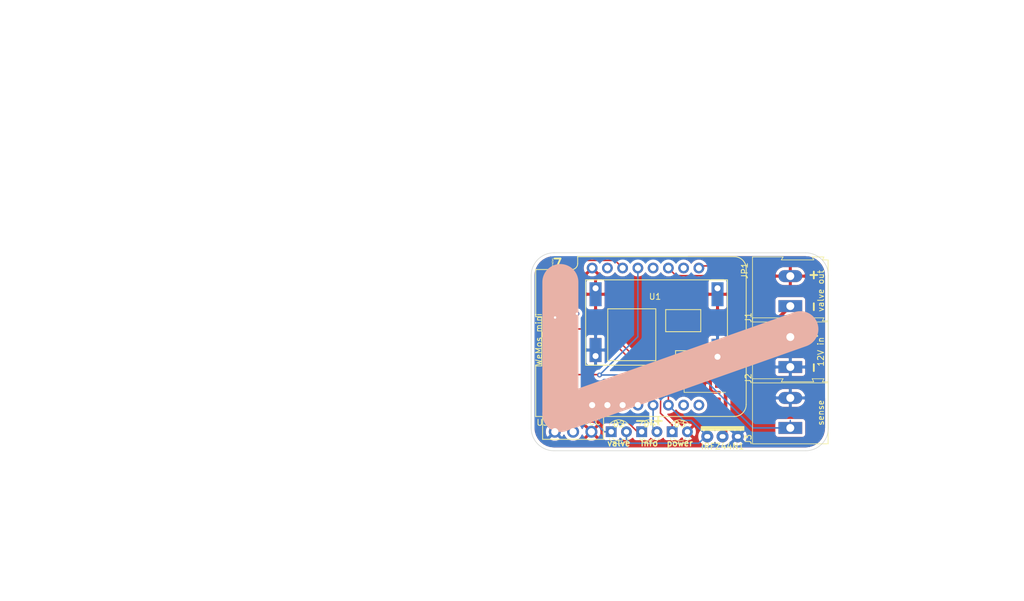
<source format=kicad_pcb>
(kicad_pcb (version 20171130) (host pcbnew 5.1.4)
  (layers (0 F.Cu signal) (31 B.Cu signal) (34 B.Paste user) (35 F.Paste user) (36 B.SilkS user) (37 F.SilkS user) (38 B.Mask user) (39 F.Mask user) (44 Edge.Cuts user))
  (net 0 "")
  (net 1 "Net-(D1-Pad2)")
  (net 2 +12V)
  (net 3 "Net-(D2-Pad2)")
  (net 4 "Net-(D2-Pad1)")
  (net 5 +3V3)
  (net 6 "Net-(D3-Pad1)")
  (net 7 "Net-(D4-Pad1)")
  (net 8 "Net-(D4-Pad2)")
  (net 9 GND)
  (net 10 "Net-(J3-Pad1)")
  (net 11 "Net-(JP1-Pad1)")
  (net 12 "Net-(JP1-Pad2)")
  (net 13 "Net-(R6-Pad2)")
  (net 14 "Net-(U2-Pad1)")
  (net 15 "Net-(U2-Pad15)")
  (net 16 "Net-(U2-Pad3)")
  (net 17 "Net-(U2-Pad12)")
  (net 18 "Net-(U2-Pad10)")
  (net 19 "Net-(U2-Pad7)")
  (net 20 "Net-(U2-Pad8)")
  (net 21 "Net-(U2-Pad4)")
  (module "" (layer F.Cu) (at 29.845 -2.54)
    (fp_text reference "" (at 170.18 99.695) (layer F.SilkS) (effects (font (size 1.27 1.27))))
    (fp_text value "" (at 170.18 99.695) (layer F.SilkS) (effects (font (size 1.27 1.27))))
    (fp_text user sense (at 136.525 68.58 90) (layer F.SilkS))
    (fp_text user "valve out" (at 136.525 48.26 90) (layer F.SilkS))
    (fp_text user "12V in" (at 136.525 58.42 90) (layer F.SilkS))
  )
  (module LEDs:LED_D3.0mm (layer F.Cu) (at 136.525 69.215)
    (fp_text reference D4 (at 1.27 -1.27) (layer F.SilkS))
    (fp_text value info)
    (fp_arc (start 1.27 0) (end -0.29 -1.235516) (angle 108.8) (layer F.SilkS) (width 0.12))
    (fp_arc (start 1.27 0) (end -0.29 1.235516) (angle -108.8) (layer F.SilkS) (width 0.12))
    (fp_arc (start 1.27 0) (end 0.229039 -1.08) (angle 87.9) (layer F.SilkS) (width 0.12))
    (fp_arc (start 1.27 0) (end 0.229039 1.08) (angle -87.9) (layer F.SilkS) (width 0.12))
    (fp_line (start -0.29 -1.236) (end -0.29 -1.08) (layer F.SilkS) (width 0.12))
    (fp_line (start -0.29 1.08) (end -0.29 1.236) (layer F.SilkS) (width 0.12))
    (pad 1 thru_hole rect (at 0 0) (size 1.8 1.8) (drill 0.9) (layers *.Cu *.Mask) (net 7 "Net-(D4-Pad1)"))
    (pad 2 thru_hole circle (at 2.54 0) (size 1.8 1.8) (drill 0.9) (layers *.Cu *.Mask) (net 8 "Net-(D4-Pad2)"))
  )
  (module custom:temperature_sensor (layer F.Cu) (at 125.095 71.755)
    (fp_text reference U3 (at -5.08 -4.064) (layer F.SilkS))
    (fp_text value DS18B20)
    (fp_text user GND (at -2.921 -4.318) (layer F.SilkS))
    (fp_text user D (at 0 -4.318) (layer F.SilkS))
    (fp_text user VCC (at 3.175 -4.191) (layer F.SilkS))
    (fp_line (start -5.08 -5.08) (end 5.08 -5.08) (layer F.SilkS) (width 0.15))
    (fp_line (start 5.08 -5.08) (end 5.08 -1.27) (layer F.SilkS) (width 0.15))
    (fp_line (start 5.08 -1.27) (end -5.08 -1.27) (layer F.SilkS) (width 0.15))
    (fp_line (start -5.08 -1.27) (end -5.08 -5.08) (layer F.SilkS) (width 0.15))
    (pad 1 thru_hole circle (at -3.048 -2.54) (size 2 2) (drill 1.2) (layers *.Cu *.Mask) (net 9 GND))
    (pad 2 thru_hole circle (at 0 -2.54) (size 2 2) (drill 1.2) (layers *.Cu *.Mask) (net 13 "Net-(R6-Pad2)"))
    (pad 3 thru_hole circle (at 3.048 -2.54) (size 2 2) (drill 1.2) (layers *.Cu *.Mask) (net 5 +3V3))
  )
  (module LEDs:LED_D3.0mm (layer F.Cu) (at 131.445 69.215)
    (fp_text reference D2 (at 1.27 -1.27) (layer F.SilkS))
    (fp_text value valve)
    (fp_line (start -0.29 1.08) (end -0.29 1.236) (layer F.SilkS) (width 0.12))
    (fp_line (start -0.29 -1.236) (end -0.29 -1.08) (layer F.SilkS) (width 0.12))
    (fp_arc (start 1.27 0) (end 0.229039 1.08) (angle -87.9) (layer F.SilkS) (width 0.12))
    (fp_arc (start 1.27 0) (end 0.229039 -1.08) (angle 87.9) (layer F.SilkS) (width 0.12))
    (fp_arc (start 1.27 0) (end -0.29 1.235516) (angle -108.8) (layer F.SilkS) (width 0.12))
    (fp_arc (start 1.27 0) (end -0.29 -1.235516) (angle 108.8) (layer F.SilkS) (width 0.12))
    (pad 2 thru_hole circle (at 2.54 0) (size 1.8 1.8) (drill 0.9) (layers *.Cu *.Mask) (net 3 "Net-(D2-Pad2)"))
    (pad 1 thru_hole rect (at 0 0) (size 1.8 1.8) (drill 0.9) (layers *.Cu *.Mask) (net 4 "Net-(D2-Pad1)"))
  )
  (module LEDs:LED_D3.0mm (layer F.Cu) (at 141.605 69.215)
    (fp_text reference D3 (at 1.27 -1.27) (layer F.SilkS))
    (fp_text value LED)
    (fp_line (start -0.29 1.08) (end -0.29 1.236) (layer F.SilkS) (width 0.12))
    (fp_line (start -0.29 -1.236) (end -0.29 -1.08) (layer F.SilkS) (width 0.12))
    (fp_arc (start 1.27 0) (end 0.229039 1.08) (angle -87.9) (layer F.SilkS) (width 0.12))
    (fp_arc (start 1.27 0) (end 0.229039 -1.08) (angle 87.9) (layer F.SilkS) (width 0.12))
    (fp_arc (start 1.27 0) (end -0.29 1.235516) (angle -108.8) (layer F.SilkS) (width 0.12))
    (fp_arc (start 1.27 0) (end -0.29 -1.235516) (angle 108.8) (layer F.SilkS) (width 0.12))
    (pad 2 thru_hole circle (at 2.54 0) (size 1.8 1.8) (drill 0.9) (layers *.Cu *.Mask) (net 5 +3V3))
    (pad 1 thru_hole rect (at 0 0) (size 1.8 1.8) (drill 0.9) (layers *.Cu *.Mask) (net 6 "Net-(D3-Pad1)"))
  )
  (module Connectors_Terminal_Blocks:TerminalBlock_Altech_AK300-2_P5.00mm (layer F.Cu) (at 161.29 48.26 90)
    (fp_text reference J1 (at -1.92 -6.99 90) (layer F.SilkS))
    (fp_text value "valve out")
    (fp_line (start 8.2 -6.3) (end -2.65 -6.3) (layer F.SilkS) (width 0.12))
    (fp_line (start 8.2 -1.2) (end 8.2 -6.3) (layer F.SilkS) (width 0.12))
    (fp_line (start 7.7 -1.5) (end 8.2 -1.2) (layer F.SilkS) (width 0.12))
    (fp_line (start 7.7 3.9) (end 7.7 -1.5) (layer F.SilkS) (width 0.12))
    (fp_line (start 8.2 3.65) (end 7.7 3.9) (layer F.SilkS) (width 0.12))
    (fp_line (start 8.2 3.7) (end 8.2 3.65) (layer F.SilkS) (width 0.12))
    (fp_line (start 8.2 5.6) (end 8.2 3.7) (layer F.SilkS) (width 0.12))
    (fp_line (start 7.7 5.35) (end 8.2 5.6) (layer F.SilkS) (width 0.12))
    (fp_line (start 7.7 6.3) (end 7.7 5.35) (layer F.SilkS) (width 0.12))
    (fp_line (start -2.65 6.3) (end 7.7 6.3) (layer F.SilkS) (width 0.12))
    (fp_line (start -2.65 -6.3) (end -2.65 6.3) (layer F.SilkS) (width 0.12))
    (pad 2 thru_hole oval (at 5 0 90) (size 1.98 3.96) (drill 1.32) (layers *.Cu *.Mask) (net 2 +12V))
    (pad 1 thru_hole rect (at 0 0 90) (size 1.98 3.96) (drill 1.32) (layers *.Cu *.Mask) (net 1 "Net-(D1-Pad2)"))
  )
  (module Connectors_Terminal_Blocks:TerminalBlock_Altech_AK300-2_P5.00mm (layer F.Cu) (at 161.29 58.42 90)
    (fp_text reference J2 (at -1.92 -6.99 90) (layer F.SilkS))
    (fp_text value "12V in")
    (fp_line (start -2.65 -6.3) (end -2.65 6.3) (layer F.SilkS) (width 0.12))
    (fp_line (start -2.65 6.3) (end 7.7 6.3) (layer F.SilkS) (width 0.12))
    (fp_line (start 7.7 6.3) (end 7.7 5.35) (layer F.SilkS) (width 0.12))
    (fp_line (start 7.7 5.35) (end 8.2 5.6) (layer F.SilkS) (width 0.12))
    (fp_line (start 8.2 5.6) (end 8.2 3.7) (layer F.SilkS) (width 0.12))
    (fp_line (start 8.2 3.7) (end 8.2 3.65) (layer F.SilkS) (width 0.12))
    (fp_line (start 8.2 3.65) (end 7.7 3.9) (layer F.SilkS) (width 0.12))
    (fp_line (start 7.7 3.9) (end 7.7 -1.5) (layer F.SilkS) (width 0.12))
    (fp_line (start 7.7 -1.5) (end 8.2 -1.2) (layer F.SilkS) (width 0.12))
    (fp_line (start 8.2 -1.2) (end 8.2 -6.3) (layer F.SilkS) (width 0.12))
    (fp_line (start 8.2 -6.3) (end -2.65 -6.3) (layer F.SilkS) (width 0.12))
    (pad 1 thru_hole rect (at 0 0 90) (size 1.98 3.96) (drill 1.32) (layers *.Cu *.Mask) (net 9 GND))
    (pad 2 thru_hole oval (at 5 0 90) (size 1.98 3.96) (drill 1.32) (layers *.Cu *.Mask) (net 2 +12V))
  )
  (module Connectors_Terminal_Blocks:TerminalBlock_Altech_AK300-2_P5.00mm (layer F.Cu) (at 161.29 68.58 90)
    (fp_text reference J3 (at -1.92 -6.99 90) (layer F.SilkS))
    (fp_text value sense)
    (fp_line (start 8.2 -6.3) (end -2.65 -6.3) (layer F.SilkS) (width 0.12))
    (fp_line (start 8.2 -1.2) (end 8.2 -6.3) (layer F.SilkS) (width 0.12))
    (fp_line (start 7.7 -1.5) (end 8.2 -1.2) (layer F.SilkS) (width 0.12))
    (fp_line (start 7.7 3.9) (end 7.7 -1.5) (layer F.SilkS) (width 0.12))
    (fp_line (start 8.2 3.65) (end 7.7 3.9) (layer F.SilkS) (width 0.12))
    (fp_line (start 8.2 3.7) (end 8.2 3.65) (layer F.SilkS) (width 0.12))
    (fp_line (start 8.2 5.6) (end 8.2 3.7) (layer F.SilkS) (width 0.12))
    (fp_line (start 7.7 5.35) (end 8.2 5.6) (layer F.SilkS) (width 0.12))
    (fp_line (start 7.7 6.3) (end 7.7 5.35) (layer F.SilkS) (width 0.12))
    (fp_line (start -2.65 6.3) (end 7.7 6.3) (layer F.SilkS) (width 0.12))
    (fp_line (start -2.65 -6.3) (end -2.65 6.3) (layer F.SilkS) (width 0.12))
    (pad 2 thru_hole oval (at 5 0 90) (size 1.98 3.96) (drill 1.32) (layers *.Cu *.Mask) (net 9 GND))
    (pad 1 thru_hole rect (at 0 0 90) (size 1.98 3.96) (drill 1.32) (layers *.Cu *.Mask) (net 10 "Net-(J3-Pad1)"))
  )
  (module custom:jumper (layer F.Cu) (at 151.13 42.3672 90)
    (fp_text reference JP1 (at 0 2.54 90) (layer F.SilkS))
    (fp_text value deepsleep)
    (pad 1 smd trapezoid (at -0.8128 0 90) (size 1.524 1.524) (rect_delta -1 0) (layers F.Cu F.Paste F.Mask) (net 11 "Net-(JP1-Pad1)"))
    (pad 2 smd trapezoid (at 0.8128 0 90) (size 1.524 1.524) (rect_delta 1 0) (layers F.Cu F.Paste F.Mask) (net 12 "Net-(JP1-Pad2)"))
  )
  (module Resistors_SMD:R_0603_HandSoldering (layer F.Cu) (at 123.19 44.45)
    (fp_text reference R1 (at 0 1.27) (layer F.SilkS))
    (fp_text value 20K)
    (fp_line (start 0.5 0.68) (end -0.5 0.68) (layer F.SilkS) (width 0.12))
    (fp_line (start -0.5 -0.68) (end 0.5 -0.68) (layer F.SilkS) (width 0.12))
    (pad 1 smd rect (at -1.1 0) (size 1.2 0.9) (layers F.Cu F.Paste F.Mask) (net 9 GND))
    (pad 2 smd rect (at 1.1 0) (size 1.2 0.9) (layers F.Cu F.Paste F.Mask) (net 3 "Net-(D2-Pad2)"))
  )
  (module Resistors_SMD:R_0603_HandSoldering (layer F.Cu) (at 123.19 48.26)
    (fp_text reference R2 (at 0 1.27) (layer F.SilkS))
    (fp_text value 1K)
    (fp_line (start -0.5 -0.68) (end 0.5 -0.68) (layer F.SilkS) (width 0.12))
    (fp_line (start 0.5 0.68) (end -0.5 0.68) (layer F.SilkS) (width 0.12))
    (pad 2 smd rect (at 1.1 0) (size 1.2 0.9) (layers F.Cu F.Paste F.Mask) (net 4 "Net-(D2-Pad1)"))
    (pad 1 smd rect (at -1.1 0) (size 1.2 0.9) (layers F.Cu F.Paste F.Mask) (net 9 GND))
  )
  (module Resistors_SMD:R_0603_HandSoldering (layer F.Cu) (at 123.19 52.07 180)
    (fp_text reference R3 (at 0 -1.27 180) (layer F.SilkS))
    (fp_text value 1K)
    (fp_line (start 0.5 0.68) (end -0.5 0.68) (layer F.SilkS) (width 0.12))
    (fp_line (start -0.5 -0.68) (end 0.5 -0.68) (layer F.SilkS) (width 0.12))
    (pad 1 smd rect (at -1.1 0 180) (size 1.2 0.9) (layers F.Cu F.Paste F.Mask) (net 6 "Net-(D3-Pad1)"))
    (pad 2 smd rect (at 1.1 0 180) (size 1.2 0.9) (layers F.Cu F.Paste F.Mask) (net 9 GND))
  )
  (module Resistors_SMD:R_0603_HandSoldering (layer F.Cu) (at 123.19 55.88)
    (fp_text reference R4 (at 0 1.27) (layer F.SilkS))
    (fp_text value 240)
    (fp_line (start -0.5 -0.68) (end 0.5 -0.68) (layer F.SilkS) (width 0.12))
    (fp_line (start 0.5 0.68) (end -0.5 0.68) (layer F.SilkS) (width 0.12))
    (pad 2 smd rect (at 1.1 0) (size 1.2 0.9) (layers F.Cu F.Paste F.Mask) (net 7 "Net-(D4-Pad1)"))
    (pad 1 smd rect (at -1.1 0) (size 1.2 0.9) (layers F.Cu F.Paste F.Mask) (net 9 GND))
  )
  (module Resistors_SMD:R_0603_HandSoldering (layer F.Cu) (at 123.19 59.69 180)
    (fp_text reference R5 (at 0 -1.45 180) (layer F.SilkS))
    (fp_text value 330)
    (fp_line (start 0.5 0.68) (end -0.5 0.68) (layer F.SilkS) (width 0.12))
    (fp_line (start -0.5 -0.68) (end 0.5 -0.68) (layer F.SilkS) (width 0.12))
    (pad 1 smd rect (at -1.1 0 180) (size 1.2 0.9) (layers F.Cu F.Paste F.Mask) (net 10 "Net-(J3-Pad1)"))
    (pad 2 smd rect (at 1.1 0 180) (size 1.2 0.9) (layers F.Cu F.Paste F.Mask) (net 5 +3V3))
  )
  (module Resistors_SMD:R_0603_HandSoldering (layer F.Cu) (at 123.19 63.5 180)
    (fp_text reference R6 (at 0 -1.27 180) (layer F.SilkS))
    (fp_text value 4K7)
    (fp_line (start -0.5 -0.68) (end 0.5 -0.68) (layer F.SilkS) (width 0.12))
    (fp_line (start 0.5 0.68) (end -0.5 0.68) (layer F.SilkS) (width 0.12))
    (pad 2 smd rect (at 1.1 0 180) (size 1.2 0.9) (layers F.Cu F.Paste F.Mask) (net 13 "Net-(R6-Pad2)"))
    (pad 1 smd rect (at -1.1 0 180) (size 1.2 0.9) (layers F.Cu F.Paste F.Mask) (net 5 +3V3))
  )
  (module custom:stepdown (layer F.Cu) (at 139 51 180)
    (fp_text reference U1 (at 0.254 4.318 180) (layer F.SilkS))
    (fp_text value stepdown)
    (fp_line (start -1.524 -1.524) (end -1.524 2.159) (layer F.SilkS) (width 0.15))
    (fp_line (start -7.366 -1.524) (end -1.524 -1.524) (layer F.SilkS) (width 0.15))
    (fp_line (start -7.366 2.159) (end -7.366 -1.524) (layer F.SilkS) (width 0.15))
    (fp_line (start -1.524 2.159) (end -7.366 2.159) (layer F.SilkS) (width 0.15))
    (fp_line (start -8.509 -4.699) (end -8.509 -6.604) (layer F.SilkS) (width 0.15))
    (fp_line (start -3.175 -4.699) (end -8.509 -4.699) (layer F.SilkS) (width 0.15))
    (fp_line (start -3.175 -6.604) (end -3.175 -4.699) (layer F.SilkS) (width 0.15))
    (fp_line (start -8.509 -6.604) (end -3.175 -6.604) (layer F.SilkS) (width 0.15))
    (fp_line (start 0.127 2.286) (end 8.128 2.286) (layer F.SilkS) (width 0.15))
    (fp_line (start 0.127 -6.35) (end 0.127 2.286) (layer F.SilkS) (width 0.15))
    (fp_line (start 8.128 -6.35) (end 0.127 -6.35) (layer F.SilkS) (width 0.15))
    (fp_line (start 8.128 2.286) (end 8.128 -6.35) (layer F.SilkS) (width 0.15))
    (fp_line (start -11.811 7.112) (end -11.811 -7.112) (layer F.SilkS) (width 0.15))
    (fp_line (start 11.811 7.112) (end -11.811 7.112) (layer F.SilkS) (width 0.15))
    (fp_line (start 11.811 -7.112) (end 11.811 7.112) (layer F.SilkS) (width 0.15))
    (fp_line (start -11.811 -7.112) (end 11.811 -7.112) (layer F.SilkS) (width 0.15))
    (pad 4 thru_hole rect (at 10.16 5.715 180) (size 2 4) (drill 1 (offset 0 -1)) (layers *.Cu *.Mask) (net 5 +3V3))
    (pad 2 thru_hole rect (at 10.16 -5.588 180) (size 2 4) (drill 1 (offset 0 1)) (layers *.Cu *.Mask) (net 9 GND))
    (pad 3 thru_hole rect (at -10.16 5.715 180) (size 2 4) (drill 1 (offset 0 -1)) (layers *.Cu *.Mask) (net 2 +12V))
    (pad 1 thru_hole rect (at -10.16 -5.715 180) (size 2 4) (drill 1 (offset 0 1)) (layers *.Cu *.Mask) (net 9 GND))
  )
  (module custom:wemos (layer F.Cu) (at 137.16 53.34)
    (fp_text reference U2 (at -16.51 0.635 90) (layer F.SilkS))
    (fp_text value WeMos_mini (at -17.78 0.508 90) (layer F.SilkS))
    (fp_line (start -18.3 13.33) (end 14.78 13.33) (layer F.SilkS) (width 0.15))
    (fp_line (start 16.78 11.33) (end 16.78 -11.33) (layer F.SilkS) (width 0.15))
    (fp_line (start 14.78 -13.33) (end -11.3 -13.33) (layer F.SilkS) (width 0.15))
    (fp_line (start -18.3 -11.18) (end -18.3 -3.32) (layer F.SilkS) (width 0.15))
    (fp_line (start -18.3 -3.32) (end -17.3 -3.32) (layer F.SilkS) (width 0.15))
    (fp_line (start -17.3 -3.32) (end -17.3 4.9) (layer F.SilkS) (width 0.15))
    (fp_line (start -17.3 4.9) (end -18.3 4.9) (layer F.SilkS) (width 0.15))
    (fp_line (start -18.3 4.9) (end -18.3 13.329999) (layer F.SilkS) (width 0.15))
    (fp_arc (start 14.78 -11.33) (end 14.78 -13.33) (angle 90) (layer F.SilkS) (width 0.15))
    (fp_arc (start 14.78 11.33) (end 16.78 11.33) (angle 90) (layer F.SilkS) (width 0.15))
    (fp_line (start -18.3 -11.18) (end -12.3 -11.18) (layer F.SilkS) (width 0.15))
    (fp_arc (start -12.3 -12.18) (end -11.3 -12.18) (angle 90) (layer F.SilkS) (width 0.15))
    (fp_line (start -11.3 -12.17) (end -11.3 -13.33) (layer F.SilkS) (width 0.15))
    (fp_line (start -11.3 -13.33) (end -11.3 -13.33) (layer F.SilkS) (width 0.15))
    (pad 16 thru_hole circle (at -8.89 -11.43) (size 1.8 1.8) (drill 1.016) (layers *.Cu *.Mask) (net 5 +3V3))
    (pad 1 thru_hole circle (at -8.89 11.43) (size 1.8 1.8) (drill 1.016) (layers *.Cu *.Mask) (net 14 "Net-(U2-Pad1)"))
    (pad 15 thru_hole circle (at -6.35 -11.43) (size 1.8 1.8) (drill 1.016) (layers *.Cu *.Mask) (net 15 "Net-(U2-Pad15)"))
    (pad 2 thru_hole circle (at -6.35 11.43) (size 1.8 1.8) (drill 1.016) (layers *.Cu *.Mask) (net 9 GND))
    (pad 14 thru_hole circle (at -3.81 -11.43) (size 1.8 1.8) (drill 1.016) (layers *.Cu *.Mask) (net 13 "Net-(R6-Pad2)"))
    (pad 3 thru_hole circle (at -3.81 11.43) (size 1.8 1.8) (drill 1.016) (layers *.Cu *.Mask) (net 16 "Net-(U2-Pad3)"))
    (pad 13 thru_hole circle (at -1.27 -11.43) (size 1.8 1.8) (drill 1.016) (layers *.Cu *.Mask) (net 10 "Net-(J3-Pad1)"))
    (pad 4 thru_hole circle (at -1.27 11.43) (size 1.8 1.8) (drill 1.016) (layers *.Cu *.Mask) (net 21 "Net-(U2-Pad4)"))
    (pad 12 thru_hole circle (at 1.27 -11.43) (size 1.8 1.8) (drill 1.016) (layers *.Cu *.Mask) (net 17 "Net-(U2-Pad12)"))
    (pad 5 thru_hole circle (at 1.27 11.43) (size 1.8 1.8) (drill 1.016) (layers *.Cu *.Mask) (net 8 "Net-(D4-Pad2)"))
    (pad 11 thru_hole circle (at 3.81 -11.43) (size 1.8 1.8) (drill 1.016) (layers *.Cu *.Mask) (net 11 "Net-(JP1-Pad1)"))
    (pad 6 thru_hole circle (at 3.81 11.43) (size 1.8 1.8) (drill 1.016) (layers *.Cu *.Mask) (net 3 "Net-(D2-Pad2)"))
    (pad 10 thru_hole circle (at 6.35 -11.43) (size 1.8 1.8) (drill 1.016) (layers *.Cu *.Mask) (net 18 "Net-(U2-Pad10)"))
    (pad 7 thru_hole circle (at 6.35 11.43) (size 1.8 1.8) (drill 1.016) (layers *.Cu *.Mask) (net 19 "Net-(U2-Pad7)"))
    (pad 9 thru_hole circle (at 8.89 -11.43) (size 1.8 1.8) (drill 1.016) (layers *.Cu *.Mask) (net 12 "Net-(JP1-Pad2)"))
    (pad 8 thru_hole circle (at 8.89 11.43) (size 1.8 1.8) (drill 1.016) (layers *.Cu *.Mask) (net 20 "Net-(U2-Pad8)"))
  )
  (module Diodes_SMD:D_SMA_Handsoldering (layer F.Cu) (at 148 61)
    (fp_text reference D1 (at 0 -2.5) (layer F.SilkS))
    (fp_text value " ")
    (fp_line (start -4.4 -1.65) (end 2.5 -1.65) (layer F.SilkS) (width 0.12))
    (fp_line (start -4.4 1.65) (end 2.5 1.65) (layer F.SilkS) (width 0.12))
    (fp_line (start -4.4 -1.65) (end -4.4 1.65) (layer F.SilkS) (width 0.12))
    (pad 2 smd rect (at 2.5 0) (size 3.5 1.8) (layers F.Cu F.Paste F.Mask) (net 1 "Net-(D1-Pad2)"))
    (pad 1 smd rect (at -2.5 0) (size 3.5 1.8) (layers F.Cu F.Paste F.Mask) (net 2 +12V))
  )
  (module custom:irlz44n_vertical (layer F.Cu) (at 150 70 270)
    (fp_text reference IRFZ44N1 (at 1.651 0 180) (layer F.SilkS))
    (fp_text value " ")
    (fp_poly (pts (xy -1.651 -3.556) (xy -1.651 3.556) (xy -1.016 3.556) (xy -1.016 -3.556)) (layer F.SilkS) (width 0.15))
    (pad 2 thru_hole circle (at 0 2.54 270) (size 2 2) (drill oval 0.762 1) (layers *.Cu *.Mask) (net 3 "Net-(D2-Pad2)"))
    (pad 3 thru_hole circle (at 0 0 270) (size 2 2) (drill oval 0.762 1) (layers *.Cu *.Mask) (net 1 "Net-(D1-Pad2)"))
    (pad 1 thru_hole circle (at 0 -2.54 270) (size 2 2) (drill oval 0.762 1) (layers *.Cu *.Mask) (net 9 GND))
  )
  (gr_text version (at 121.666 41.0845 90) (layer F.SilkS) (effects (font (size 0.3 0.3) (thickness 0.05))))
  (gr_text "- +\n" (at 137.795 67.31) (layer F.SilkS) (effects (font (size 1.5 1.5) (thickness 0.3))))
  (gr_text power (at 142.875 71.12) (layer F.SilkS) (effects (font (size 1 1) (thickness 0.2))))
  (gr_text info (at 137.795 71.12) (layer F.SilkS) (effects (font (size 1 1) (thickness 0.2))))
  (gr_text valve (at 132.715 71.12) (layer F.SilkS) (effects (font (size 1 1) (thickness 0.2))))
  (gr_text 7 (at 144.78 55.245 90) (layer B.SilkS) (effects (font (size 40 33) (thickness 6)) (justify mirror)))
  (gr_text 7 (at 122.4915 41.148) (layer F.SilkS) (effects (font (size 1.5 1.5) (thickness 0.3))))
  (gr_text "-   +" (at 165.1 45.72 90) (layer F.SilkS) (effects (font (size 1.5 1.5) (thickness 0.3))))
  (gr_text "-   +" (at 165.1 55.88 90) (layer F.SilkS) (effects (font (size 1.5 1.5) (thickness 0.3))))
  (gr_line (start 163.83 72.39) (end 121.92 72.39) (layer Edge.Cuts) (width 0.1))
  (gr_line (start 121.92 39.37) (end 163.83 39.37) (layer Edge.Cuts) (width 0.1))
  (gr_line (start 118.11 43.18) (end 118.11 68.58) (layer Edge.Cuts) (width 0.1))
  (gr_line (start 167.64 43.18) (end 167.64 68.58) (layer Edge.Cuts) (width 0.1))
  (gr_arc (start 121.92 68.58) (end 118.11 68.58) (angle -90) (layer Edge.Cuts) (width 0.1))
  (gr_arc (start 163.83 68.58) (end 163.83 72.39) (angle -90) (layer Edge.Cuts) (width 0.1))
  (gr_arc (start 163.83 43.18) (end 167.64 43.18) (angle -90) (layer Edge.Cuts) (width 0.1))
  (gr_arc (start 121.92 43.18) (end 121.92 39.37) (angle -90) (layer Edge.Cuts) (width 0.1))
  (segment (start 155.575 58.42) (end 152.995 61) (width 0.6) (layer F.Cu) (net 1))
  (segment (start 161.29 48.26) (end 155.575 53.975) (width 0.6) (layer F.Cu) (net 1))
  (segment (start 152.995 61) (end 150.5 61) (width 0.6) (layer F.Cu) (net 1))
  (segment (start 155.575 53.975) (end 155.575 58.42) (width 0.6) (layer F.Cu) (net 1))
  (segment (start 150.5 69.5) (end 150 70) (width 0.6) (layer F.Cu) (net 1))
  (segment (start 150.5 61) (end 150.5 69.5) (width 0.6) (layer F.Cu) (net 1))
  (segment (start 140.97 64.77) (end 143.51 67.31) (width 0.25) (layer B.Cu) (net 3))
  (segment (start 144.78 67.31) (end 147.32 69.85) (width 0.25) (layer B.Cu) (net 3))
  (segment (start 143.51 67.31) (end 144.78 67.31) (width 0.25) (layer B.Cu) (net 3))
  (segment (start 133.985 69.215) (end 133.985 70.485) (width 0.25) (layer B.Cu) (net 3))
  (segment (start 133.985 70.485) (end 134.62 71.12) (width 0.25) (layer B.Cu) (net 3))
  (segment (start 134.62 71.12) (end 146.05 71.12) (width 0.25) (layer B.Cu) (net 3))
  (segment (start 146.05 71.12) (end 147.32 69.85) (width 0.25) (layer B.Cu) (net 3))
  (segment (start 140.97 62.370002) (end 140.97 64.77) (width 0.25) (layer F.Cu) (net 3))
  (segment (start 124.29 44.45) (end 124.29 45.690002) (width 0.25) (layer F.Cu) (net 3))
  (segment (start 124.29 45.690002) (end 140.97 62.370002) (width 0.25) (layer F.Cu) (net 3))
  (segment (start 130.295 69.215) (end 125.73 64.65) (width 0.25) (layer B.Cu) (net 4))
  (segment (start 131.445 69.215) (end 130.295 69.215) (width 0.25) (layer B.Cu) (net 4))
  (via (at 125.73 49.53) (size 0.8) (drill 0.4) (layers F.Cu B.Cu) (net 4))
  (segment (start 125.73 64.65) (end 125.73 49.7) (width 0.25) (layer B.Cu) (net 4))
  (segment (start 125.56 49.53) (end 124.29 48.26) (width 0.25) (layer F.Cu) (net 4))
  (segment (start 125.73 49.53) (end 125.56 49.53) (width 0.25) (layer F.Cu) (net 4))
  (segment (start 124.46 63.67) (end 124.29 63.5) (width 0.25) (layer F.Cu) (net 5))
  (segment (start 141.605 68.065) (end 141.605 69.215) (width 0.25) (layer F.Cu) (net 6))
  (segment (start 139.655001 66.115001) (end 141.605 68.065) (width 0.25) (layer F.Cu) (net 6))
  (segment (start 139.7 62.23) (end 139.655001 66.115001) (width 0.25) (layer F.Cu) (net 6))
  (segment (start 124.29 52.07) (end 129.54 52.07) (width 0.25) (layer F.Cu) (net 6))
  (segment (start 129.54 52.07) (end 139.7 62.23) (width 0.25) (layer F.Cu) (net 6))
  (segment (start 124.46 61.595) (end 123.19 60.325) (width 0.25) (layer F.Cu) (net 7))
  (segment (start 124.29 56.58) (end 124.29 55.88) (width 0.25) (layer F.Cu) (net 7))
  (segment (start 125.095 61.595) (end 124.46 61.595) (width 0.25) (layer F.Cu) (net 7))
  (segment (start 123.19 57.68) (end 124.29 56.58) (width 0.25) (layer F.Cu) (net 7))
  (segment (start 136.525 69.215) (end 135.798002 69.215) (width 0.25) (layer F.Cu) (net 7))
  (segment (start 126.365 65.405) (end 126.365 62.865) (width 0.25) (layer F.Cu) (net 7))
  (segment (start 135.798002 69.215) (end 133.258002 66.675) (width 0.25) (layer F.Cu) (net 7))
  (segment (start 123.19 60.325) (end 123.19 57.68) (width 0.25) (layer F.Cu) (net 7))
  (segment (start 133.258002 66.675) (end 127.635 66.675) (width 0.25) (layer F.Cu) (net 7))
  (segment (start 126.365 62.865) (end 125.095 61.595) (width 0.25) (layer F.Cu) (net 7))
  (segment (start 127.635 66.675) (end 126.365 65.405) (width 0.25) (layer F.Cu) (net 7))
  (segment (start 138.43 68.58) (end 139.065 69.215) (width 0.25) (layer B.Cu) (net 8))
  (segment (start 138.43 64.77) (end 138.43 68.58) (width 0.25) (layer B.Cu) (net 8))
  (segment (start 122.09 44.45) (end 122.09 50.165) (width 0.25) (layer F.Cu) (net 9))
  (segment (start 122.09 50.165) (end 122.09 55.88) (width 0.25) (layer F.Cu) (net 9))
  (via (at 122.09 50.165) (size 0.8) (drill 0.4) (layers F.Cu B.Cu) (net 9))
  (segment (start 161.29 67.34) (end 161.29 68.58) (width 0.25) (layer B.Cu) (net 10))
  (via (at 129.5 59.75) (size 0.8) (drill 0.4) (layers F.Cu B.Cu) (net 10))
  (segment (start 124.29 59.69) (end 129.44 59.69) (width 0.25) (layer F.Cu) (net 10))
  (segment (start 129.44 59.69) (end 129.5 59.75) (width 0.25) (layer F.Cu) (net 10))
  (segment (start 155.08 68.58) (end 161.29 68.58) (width 0.25) (layer B.Cu) (net 10))
  (segment (start 129.5 59.75) (end 146.25 59.75) (width 0.25) (layer B.Cu) (net 10))
  (segment (start 146.25 59.75) (end 155.08 68.58) (width 0.25) (layer B.Cu) (net 10))
  (segment (start 135.89 53.36) (end 135.89 41.91) (width 0.25) (layer B.Cu) (net 10))
  (segment (start 129.5 59.75) (end 135.89 53.36) (width 0.25) (layer B.Cu) (net 10))
  (segment (start 142.24 43.18) (end 140.97 41.91) (width 0.25) (layer F.Cu) (net 11))
  (segment (start 151.13 43.18) (end 142.24 43.18) (width 0.25) (layer F.Cu) (net 11))
  (segment (start 146.4056 41.5544) (end 146.05 41.91) (width 0.25) (layer F.Cu) (net 12))
  (segment (start 151.13 41.5544) (end 146.4056 41.5544) (width 0.25) (layer F.Cu) (net 12))
  (segment (start 125.095 67.800787) (end 125.095 69.215) (width 0.25) (layer F.Cu) (net 13))
  (segment (start 125.095 66.355) (end 125.095 67.800787) (width 0.25) (layer F.Cu) (net 13))
  (segment (start 122.24 63.5) (end 125.095 66.355) (width 0.25) (layer F.Cu) (net 13))
  (segment (start 122.09 63.5) (end 122.24 63.5) (width 0.25) (layer F.Cu) (net 13))
  (segment (start 120.015 42.545) (end 121.92 40.64) (width 0.25) (layer F.Cu) (net 13))
  (segment (start 120.015 61.575) (end 120.015 42.545) (width 0.25) (layer F.Cu) (net 13))
  (segment (start 132.08 40.64) (end 133.35 41.91) (width 0.25) (layer F.Cu) (net 13))
  (segment (start 122.09 63.5) (end 121.94 63.5) (width 0.25) (layer F.Cu) (net 13))
  (segment (start 121.94 63.5) (end 120.015 61.575) (width 0.25) (layer F.Cu) (net 13))
  (segment (start 121.92 40.64) (end 132.08 40.64) (width 0.25) (layer F.Cu) (net 13))
  (zone (net 9) (net_name GND) (layer B.Cu) (connect_pads (clearance 0.508)) (min_thickness 0.254) (fill yes (arc_segments 16) (thermal_gap 0.508) (thermal_bridge_width 0.508) (smoothing fillet) (radius 4))
    (polygon (pts (xy 118.11 39.37) (xy 167.64 39.37) (xy 167.64 72.39) (xy 118.11 72.39)))
  )
  (zone (net 2) (net_name +12V) (layer F.Cu) (connect_pads (clearance 0.508)) (min_thickness 0.254) (fill yes (arc_segments 16) (thermal_gap 0.508) (thermal_bridge_width 0.508) (smoothing fillet) (radius 4))
    (polygon (pts (xy 167.64 62.865) (xy 167.64 39.37) (xy 142.24 39.37) (xy 142.24 62.865)))
  )
  (zone (net 5) (net_name +3V3) (layer F.Cu) (connect_pads (clearance 0.508)) (min_thickness 0.254) (fill yes (arc_segments 16) (thermal_gap 0.508) (thermal_bridge_width 0.508) (smoothing fillet) (radius 4))
    (polygon (pts (xy 141.605 39.37) (xy 141.605 63.5) (xy 167.005 63.5) (xy 167.64 63.5) (xy 167.64 72.39) (xy 118.11 72.39) (xy 118.11 39.37)))
  )
)
</source>
